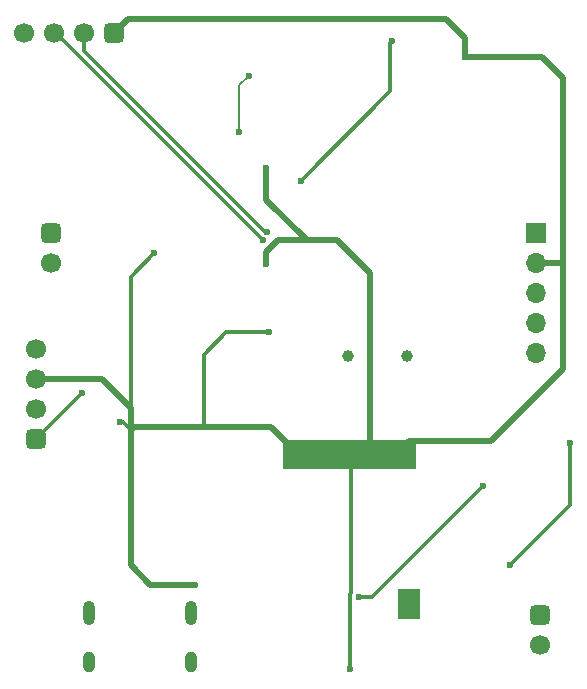
<source format=gbr>
%TF.GenerationSoftware,KiCad,Pcbnew,8.0.4*%
%TF.CreationDate,2025-03-11T16:32:05+07:00*%
%TF.ProjectId,Hoang_Trung_An_BTL,486f616e-675f-4547-9275-6e675f416e5f,rev?*%
%TF.SameCoordinates,Original*%
%TF.FileFunction,Copper,L2,Bot*%
%TF.FilePolarity,Positive*%
%FSLAX46Y46*%
G04 Gerber Fmt 4.6, Leading zero omitted, Abs format (unit mm)*
G04 Created by KiCad (PCBNEW 8.0.4) date 2025-03-11 16:32:05*
%MOMM*%
%LPD*%
G01*
G04 APERTURE LIST*
G04 Aperture macros list*
%AMRoundRect*
0 Rectangle with rounded corners*
0 $1 Rounding radius*
0 $2 $3 $4 $5 $6 $7 $8 $9 X,Y pos of 4 corners*
0 Add a 4 corners polygon primitive as box body*
4,1,4,$2,$3,$4,$5,$6,$7,$8,$9,$2,$3,0*
0 Add four circle primitives for the rounded corners*
1,1,$1+$1,$2,$3*
1,1,$1+$1,$4,$5*
1,1,$1+$1,$6,$7*
1,1,$1+$1,$8,$9*
0 Add four rect primitives between the rounded corners*
20,1,$1+$1,$2,$3,$4,$5,0*
20,1,$1+$1,$4,$5,$6,$7,0*
20,1,$1+$1,$6,$7,$8,$9,0*
20,1,$1+$1,$8,$9,$2,$3,0*%
G04 Aperture macros list end*
%TA.AperFunction,ComponentPad*%
%ADD10RoundRect,0.425000X0.425000X-0.425000X0.425000X0.425000X-0.425000X0.425000X-0.425000X-0.425000X0*%
%TD*%
%TA.AperFunction,ComponentPad*%
%ADD11C,1.700000*%
%TD*%
%TA.AperFunction,ComponentPad*%
%ADD12RoundRect,0.425000X0.425000X0.425000X-0.425000X0.425000X-0.425000X-0.425000X0.425000X-0.425000X0*%
%TD*%
%TA.AperFunction,HeatsinkPad*%
%ADD13C,0.500000*%
%TD*%
%TA.AperFunction,HeatsinkPad*%
%ADD14R,1.900000X2.500000*%
%TD*%
%TA.AperFunction,ComponentPad*%
%ADD15RoundRect,0.425000X-0.425000X0.425000X-0.425000X-0.425000X0.425000X-0.425000X0.425000X0.425000X0*%
%TD*%
%TA.AperFunction,ComponentPad*%
%ADD16C,1.000000*%
%TD*%
%TA.AperFunction,ComponentPad*%
%ADD17R,1.700000X1.700000*%
%TD*%
%TA.AperFunction,ComponentPad*%
%ADD18O,1.700000X1.700000*%
%TD*%
%TA.AperFunction,ComponentPad*%
%ADD19O,1.000000X2.100000*%
%TD*%
%TA.AperFunction,ComponentPad*%
%ADD20O,1.000000X1.800000*%
%TD*%
%TA.AperFunction,ViaPad*%
%ADD21C,0.600000*%
%TD*%
%TA.AperFunction,Conductor*%
%ADD22C,0.500000*%
%TD*%
%TA.AperFunction,Conductor*%
%ADD23C,0.300000*%
%TD*%
%TA.AperFunction,Conductor*%
%ADD24C,0.200000*%
%TD*%
G04 APERTURE END LIST*
D10*
%TO.P,J2,1,Pin_1*%
%TO.N,/HEADER/SCL*%
X187700000Y-99340000D03*
D11*
%TO.P,J2,2,Pin_2*%
%TO.N,/HEADER/SDA*%
X187700000Y-96800000D03*
%TO.P,J2,3,Pin_3*%
%TO.N,+5V*%
X187700000Y-94260000D03*
%TO.P,J2,4,Pin_4*%
%TO.N,GND*%
X187700000Y-91720000D03*
%TD*%
D12*
%TO.P,J5,1,Pin_1*%
%TO.N,+5V*%
X194300000Y-65000000D03*
D11*
%TO.P,J5,2,Pin_2*%
%TO.N,/HEADER/TRIG*%
X191760000Y-65000000D03*
%TO.P,J5,3,Pin_3*%
%TO.N,/HEADER/ECHO*%
X189220000Y-65000000D03*
%TO.P,J5,4,Pin_4*%
%TO.N,GND*%
X186680000Y-65000000D03*
%TD*%
D13*
%TO.P,U2,9,EPAD*%
%TO.N,GND*%
X218572000Y-112306900D03*
X218572000Y-113306900D03*
X218572000Y-114306900D03*
D14*
X219272000Y-113306900D03*
D13*
X219972000Y-112306900D03*
X219972000Y-113306900D03*
X219972000Y-114306900D03*
%TD*%
D15*
%TO.P,J4,1,Pin_1*%
%TO.N,8v*%
X230372000Y-114206900D03*
D11*
%TO.P,J4,2,Pin_2*%
%TO.N,GND*%
X230372000Y-116746900D03*
%TD*%
D16*
%TO.P,BZ1,2,+*%
%TO.N,GND*%
X219100000Y-92300000D03*
%TO.P,BZ1,3*%
%TO.N,Net-(BZ1--)*%
X214100000Y-92300000D03*
%TD*%
D17*
%TO.P,J1,1,Pin_1*%
%TO.N,Net-(J1-Pin_1)*%
X230000000Y-81880000D03*
D18*
%TO.P,J1,2,Pin_2*%
%TO.N,+5V*%
X230000000Y-84420000D03*
%TO.P,J1,3,Pin_3*%
%TO.N,GND*%
X230000000Y-86960000D03*
%TO.P,J1,4,Pin_4*%
%TO.N,Net-(J1-Pin_4)*%
X230000000Y-89500000D03*
%TO.P,J1,5,Pin_5*%
%TO.N,Net-(J1-Pin_5)*%
X230000000Y-92040000D03*
%TD*%
D19*
%TO.P,J3,S1,SHIELD*%
%TO.N,GND*%
X192152000Y-114031900D03*
D20*
X192152000Y-118211900D03*
D19*
X200792000Y-114031900D03*
D20*
X200792000Y-118211900D03*
%TD*%
D15*
%TO.P,J6,1,Pin_1*%
%TO.N,Net-(J6-Pin_1)*%
X188955500Y-81868100D03*
D11*
%TO.P,J6,2,Pin_2*%
%TO.N,GND*%
X188955500Y-84408100D03*
%TD*%
D21*
%TO.N,+5V*%
X207400000Y-90300000D03*
X214400000Y-99900000D03*
X214400000Y-100600000D03*
X215200000Y-101300000D03*
X194800000Y-97900000D03*
X201900000Y-98300000D03*
X209300000Y-101400000D03*
X197700000Y-83600000D03*
X209300000Y-100700000D03*
X210900000Y-101400000D03*
X209300000Y-100000000D03*
X207200000Y-76400000D03*
X210900000Y-100700000D03*
X210100000Y-100000000D03*
X201156900Y-111656900D03*
X210100000Y-101400000D03*
X214400000Y-101300000D03*
X215200000Y-99900000D03*
X216000000Y-100600000D03*
X216000000Y-101300000D03*
X224000000Y-67000000D03*
X215200000Y-100600000D03*
X216000000Y-99900000D03*
X210900000Y-100000000D03*
X214300000Y-118800000D03*
X207200000Y-84500000D03*
X210100000Y-100700000D03*
%TO.N,/POWER/sw2*%
X232900000Y-99700000D03*
X227822000Y-110006900D03*
%TO.N,/POWER/sw1*%
X225572000Y-103306900D03*
X215022000Y-112671900D03*
%TO.N,/HEADER/SCL*%
X191570000Y-95470000D03*
%TO.N,/MCU/SW0*%
X210100000Y-77500000D03*
X217850000Y-65650000D03*
%TO.N,/HEADER/TRIG*%
X207256962Y-81798549D03*
%TO.N,/HEADER/ECHO*%
X206890380Y-82509620D03*
%TO.N,Net-(U4-RA6{slash}OSC2{slash}CLKOUT)*%
X204890380Y-73309620D03*
X205700000Y-68600000D03*
%TD*%
D22*
%TO.N,+5V*%
X207200000Y-84500000D02*
X207200000Y-83500000D01*
X232300000Y-84300000D02*
X232180000Y-84420000D01*
X230500000Y-67000000D02*
X224000000Y-67000000D01*
D23*
X201900000Y-98300000D02*
X201900000Y-92200000D01*
X194800000Y-97900000D02*
X195050000Y-97900000D01*
D22*
X226200000Y-99500000D02*
X232300000Y-93400000D01*
X197356900Y-111656900D02*
X201156900Y-111656900D01*
X207200000Y-79100000D02*
X207200000Y-76400000D01*
X208200000Y-82500000D02*
X210800000Y-82500000D01*
D23*
X195700000Y-85600000D02*
X197700000Y-83600000D01*
D22*
X224000000Y-65400000D02*
X222400000Y-63800000D01*
D23*
X214300000Y-118800000D02*
X214300000Y-112474661D01*
X214300000Y-112474661D02*
X214400000Y-112374661D01*
D22*
X232300000Y-68800000D02*
X230500000Y-67000000D01*
X210800000Y-82500000D02*
X210600000Y-82500000D01*
X195950000Y-98300000D02*
X195700000Y-98550000D01*
X207600000Y-98300000D02*
X201900000Y-98300000D01*
X232180000Y-84420000D02*
X230000000Y-84420000D01*
X224000000Y-67000000D02*
X224000000Y-65400000D01*
X210600000Y-82500000D02*
X207200000Y-79100000D01*
D23*
X201900000Y-92200000D02*
X203800000Y-90300000D01*
D22*
X207200000Y-83500000D02*
X208200000Y-82500000D01*
X193260000Y-94260000D02*
X187700000Y-94260000D01*
D23*
X214400000Y-112374661D02*
X214400000Y-101300000D01*
D22*
X218700000Y-100100000D02*
X219300000Y-99500000D01*
X232300000Y-81600000D02*
X232300000Y-75000000D01*
D23*
X203800000Y-90300000D02*
X207400000Y-90300000D01*
D22*
X210800000Y-82500000D02*
X213200000Y-82500000D01*
X209300000Y-100000000D02*
X209200000Y-99900000D01*
X201900000Y-98300000D02*
X195950000Y-98300000D01*
X232300000Y-84300000D02*
X232300000Y-81100000D01*
X219300000Y-99500000D02*
X226200000Y-99500000D01*
X195500000Y-63800000D02*
X194300000Y-65000000D01*
X195700000Y-110000000D02*
X197356900Y-111656900D01*
X195700000Y-98550000D02*
X195700000Y-96700000D01*
X209300000Y-100000000D02*
X207600000Y-98300000D01*
D23*
X195700000Y-98550000D02*
X195700000Y-85600000D01*
D22*
X195700000Y-96700000D02*
X193260000Y-94260000D01*
X195700000Y-98550000D02*
X195700000Y-110000000D01*
X216000000Y-85300000D02*
X216000000Y-99900000D01*
X232300000Y-75000000D02*
X232300000Y-68800000D01*
D23*
X195050000Y-97900000D02*
X195700000Y-98550000D01*
D22*
X213200000Y-82500000D02*
X216000000Y-85300000D01*
X222400000Y-63800000D02*
X195500000Y-63800000D01*
X232300000Y-93400000D02*
X232300000Y-84300000D01*
D23*
%TO.N,/POWER/sw2*%
X232900000Y-99700000D02*
X232900000Y-104928900D01*
X232900000Y-104928900D02*
X227822000Y-110006900D01*
%TO.N,/POWER/sw1*%
X225522000Y-103306900D02*
X225572000Y-103306900D01*
X216157000Y-112671900D02*
X225522000Y-103306900D01*
X215022000Y-112671900D02*
X216157000Y-112671900D01*
%TO.N,/HEADER/SCL*%
X191570000Y-95470000D02*
X187700000Y-99340000D01*
%TO.N,/MCU/SW0*%
X217850000Y-65650000D02*
X217700000Y-65800000D01*
X217700000Y-69900000D02*
X210100000Y-77500000D01*
X217700000Y-65800000D02*
X217700000Y-69900000D01*
%TO.N,/HEADER/TRIG*%
X191760000Y-66460000D02*
X191760000Y-65000000D01*
X207098549Y-81798549D02*
X191760000Y-66460000D01*
X207256962Y-81798549D02*
X207098549Y-81798549D01*
%TO.N,/HEADER/ECHO*%
X206890380Y-82490380D02*
X189400000Y-65000000D01*
X189400000Y-65000000D02*
X189220000Y-65000000D01*
X206890380Y-82509620D02*
X206890380Y-82490380D01*
D24*
%TO.N,Net-(U4-RA6{slash}OSC2{slash}CLKOUT)*%
X204900000Y-69400000D02*
X205700000Y-68600000D01*
X204900000Y-73300000D02*
X204900000Y-69400000D01*
X204890380Y-73309620D02*
X204900000Y-73300000D01*
%TD*%
%TA.AperFunction,Conductor*%
%TO.N,+5V*%
G36*
X219843039Y-99419685D02*
G01*
X219888794Y-99472489D01*
X219900000Y-99524000D01*
X219900000Y-101776000D01*
X219880315Y-101843039D01*
X219827511Y-101888794D01*
X219776000Y-101900000D01*
X208724000Y-101900000D01*
X208656961Y-101880315D01*
X208611206Y-101827511D01*
X208600000Y-101776000D01*
X208600000Y-99524000D01*
X208619685Y-99456961D01*
X208672489Y-99411206D01*
X208724000Y-99400000D01*
X219776000Y-99400000D01*
X219843039Y-99419685D01*
G37*
%TD.AperFunction*%
%TD*%
M02*

</source>
